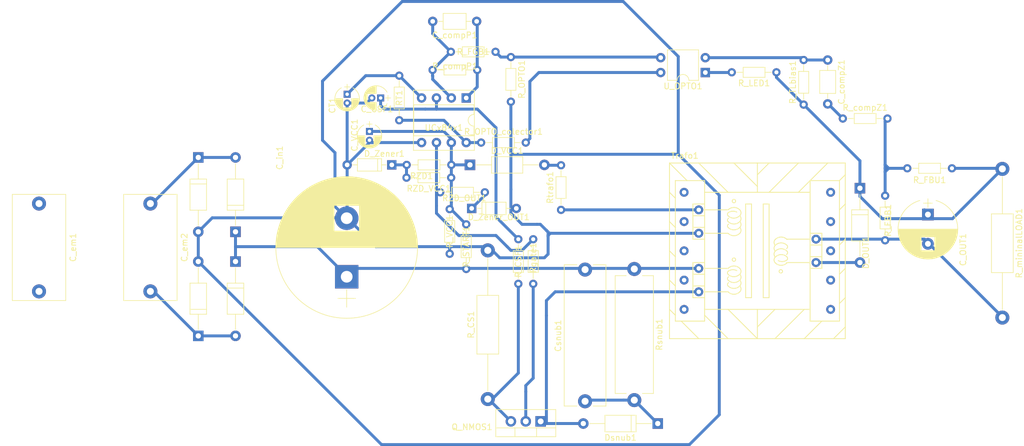
<source format=kicad_pcb>
(kicad_pcb (version 4) (host pcbnew 4.0.5+dfsg1-4)
  (layers (0 F.Cu signal) (31 B.Cu signal) (34 B.Paste user) (35 F.Paste user) (36 B.SilkS user) (37 F.SilkS user) (38 B.Mask user) (39 F.Mask user) (44 Edge.Cuts user))
  (net 0 "")
  (net 1 VRET)
  (net 2 "Net-(Csnub1-Pad2)")
  (net 3 RTCT)
  (net 4 GND)
  (net 5 ISENSE)
  (net 6 VOUT)
  (net 7 VCC)
  (net 8 "Net-(C_em2-Pad1)")
  (net 9 "Net-(C_em2-Pad2)")
  (net 10 DRENO)
  (net 11 Vtrafo)
  (net 12 "Net-(D_VCC1-Pad2)")
  (net 13 "Net-(D_Zener1-Pad1)")
  (net 14 GATE)
  (net 15 "Net-(Q_NMOS1-Pad3)")
  (net 16 VREF)
  (net 17 "Net-(Rtrafo1-Pad1)")
  (net 18 VFB)
  (net 19 COMP)
  (net 20 "Net-(C_compZ1-Pad2)")
  (net 21 "Net-(C_compZ1-Pad1)")
  (net 22 "Net-(R_FGB1-Pad2)")
  (net 23 "Net-(R_LED1-Pad2)")
  (net 24 OUTPUT)
  (net 25 "Net-(R_OPTO_colector1-Pad2)")
  (net 26 "Net-(C_em1-Pad1)")
  (net 27 "Net-(C_em1-Pad2)")
  (net 28 GOUT)
  (net 29 "Net-(D_Zener_OUT1-Pad1)")
  (net 30 "Net-(R_FBB1-Pad2)")
  (module Resistors_THT:R_Axial_DIN0411_L9.9mm_D3.6mm_P25.40mm_Horizontal (layer F.Cu) (at 226.7337 92.75956 270)
    (fp_text reference R_mininalLOAD1 (at 12.7 -2.86 270) (layer F.SilkS))
    (fp_text value R)
    (pad 1 thru_hole circle (at 0 0 270) (size 2.4 2.4) (drill 1.2) (layers *.Cu *.Mask) (net 6 VOUT))
    (pad 2 thru_hole oval (at 25.4 0 270) (size 2.4 2.4) (drill 1.2) (layers *.Cu *.Mask) (net 28 GOUT))
  )
  (module Capacitors_THT:CP_Radial_D24.0mm_P10.00mm_SnapIn (layer F.Cu) (at 114.86 111.185 90)
    (fp_text reference C_in1 (at 20.32 -11.43 90) (layer F.SilkS))
    (fp_text value 150uF)
    (pad 1 thru_hole rect (at 0 0 90) (size 4 4) (drill 2) (layers *.Cu *.Mask) (net 1 VRET))
    (pad 2 thru_hole circle (at 10 0 90) (size 4 4) (drill 2) (layers *.Cu *.Mask) (net 4 GND))
  )
  (module Capacitors_THT:CP_Radial_D4.0mm_P1.50mm (layer F.Cu) (at 114.935 80.01 270)
    (fp_text reference CT1 (at 1.905 2.54 270) (layer F.SilkS))
    (fp_text value C hide)
    (pad 1 thru_hole rect (at 0 0 270) (size 1.2 1.2) (drill 0.6) (layers *.Cu *.Mask) (net 3 RTCT))
    (pad 2 thru_hole circle (at 1.5 0 270) (size 1.2 1.2) (drill 0.6) (layers *.Cu *.Mask) (net 4 GND))
  )
  (module Capacitors_THT:CP_Radial_D4.0mm_P1.50mm (layer F.Cu) (at 120.65 80.645 180)
    (fp_text reference C_CSF1 (at 0.635 -1.905 180) (layer F.SilkS))
    (fp_text value C hide)
    (pad 1 thru_hole rect (at 0 0 180) (size 1.2 1.2) (drill 0.6) (layers *.Cu *.Mask) (net 5 ISENSE))
    (pad 2 thru_hole circle (at 1.5 0 180) (size 1.2 1.2) (drill 0.6) (layers *.Cu *.Mask) (net 4 GND))
  )
  (module Capacitors_THT:CP_Radial_D4.0mm_P1.50mm (layer F.Cu) (at 118.745 86.36 270)
    (fp_text reference C_VCC1 (at 0.635 2.54 270) (layer F.SilkS))
    (fp_text value C hide)
    (pad 1 thru_hole rect (at 0 0 270) (size 1.2 1.2) (drill 0.6) (layers *.Cu *.Mask) (net 7 VCC))
    (pad 2 thru_hole circle (at 1.5 0 270) (size 1.2 1.2) (drill 0.6) (layers *.Cu *.Mask) (net 4 GND))
  )
  (module Diodes_THT:D_A-405_P12.70mm_Horizontal (layer F.Cu) (at 89.535 90.805 270)
    (fp_text reference Dret_1 hide)
    (fp_text value D hide)
    (pad 1 thru_hole rect (at 0 0 270) (size 1.8 1.8) (drill 0.9) (layers *.Cu *.Mask) (net 8 "Net-(C_em2-Pad1)"))
    (pad 2 thru_hole oval (at 12.7 0 270) (size 1.8 1.8) (drill 0.9) (layers *.Cu *.Mask) (net 4 GND))
  )
  (module Diodes_THT:D_A-405_P12.70mm_Horizontal (layer F.Cu) (at 95.885 103.505 90)
    (fp_text reference Dret_2 hide)
    (fp_text value D hide)
    (pad 1 thru_hole rect (at 0 0 90) (size 1.8 1.8) (drill 0.9) (layers *.Cu *.Mask) (net 1 VRET))
    (pad 2 thru_hole oval (at 12.7 0 90) (size 1.8 1.8) (drill 0.9) (layers *.Cu *.Mask) (net 8 "Net-(C_em2-Pad1)"))
  )
  (module Diodes_THT:D_A-405_P12.70mm_Horizontal (layer F.Cu) (at 89.535 121.285 90)
    (fp_text reference Dret_3 hide)
    (fp_text value D hide)
    (pad 1 thru_hole rect (at 0 0 90) (size 1.8 1.8) (drill 0.9) (layers *.Cu *.Mask) (net 9 "Net-(C_em2-Pad2)"))
    (pad 2 thru_hole oval (at 12.7 0 90) (size 1.8 1.8) (drill 0.9) (layers *.Cu *.Mask) (net 4 GND))
  )
  (module Diodes_THT:D_A-405_P12.70mm_Horizontal (layer F.Cu) (at 95.885 108.585 270)
    (fp_text reference Dret_4 hide)
    (fp_text value D hide)
    (pad 1 thru_hole rect (at 0 0 270) (size 1.8 1.8) (drill 0.9) (layers *.Cu *.Mask) (net 1 VRET))
    (pad 2 thru_hole oval (at 12.7 0 270) (size 1.8 1.8) (drill 0.9) (layers *.Cu *.Mask) (net 9 "Net-(C_em2-Pad2)"))
  )
  (module Diodes_THT:D_A-405_P12.70mm_Horizontal (layer F.Cu) (at 167.9337 136.25956 180)
    (fp_text reference Dsnub1 (at 6.35 -2.41 180) (layer F.SilkS))
    (fp_text value D)
    (pad 1 thru_hole rect (at 0 0 180) (size 1.8 1.8) (drill 0.9) (layers *.Cu *.Mask) (net 2 "Net-(Csnub1-Pad2)"))
    (pad 2 thru_hole oval (at 12.7 0 180) (size 1.8 1.8) (drill 0.9) (layers *.Cu *.Mask) (net 10 DRENO))
  )
  (module Diodes_THT:D_A-405_P12.70mm_Horizontal (layer F.Cu) (at 202.4337 96.05956 270)
    (fp_text reference D_OUT1 (at 11 -1 270) (layer F.SilkS))
    (fp_text value D)
    (pad 1 thru_hole rect (at 0 0 270) (size 1.8 1.8) (drill 0.9) (layers *.Cu *.Mask) (net 6 VOUT))
    (pad 2 thru_hole oval (at 12.7 0 270) (size 1.8 1.8) (drill 0.9) (layers *.Cu *.Mask) (net 11 Vtrafo))
  )
  (module Diodes_THT:D_A-405_P12.70mm_Horizontal (layer F.Cu) (at 135.89 92.075)
    (fp_text reference D_VCC1 (at 6.35 -2.41) (layer F.SilkS))
    (fp_text value D)
    (pad 1 thru_hole rect (at 0 0) (size 1.8 1.8) (drill 0.9) (layers *.Cu *.Mask) (net 7 VCC))
    (pad 2 thru_hole oval (at 12.7 0) (size 1.8 1.8) (drill 0.9) (layers *.Cu *.Mask) (net 12 "Net-(D_VCC1-Pad2)"))
  )
  (module Diodes_THT:D_DO-35_SOD27_P7.62mm_Horizontal (layer F.Cu) (at 122.555 92.075 180)
    (fp_text reference D_Zener1 (at 1.27 1.905 180) (layer F.SilkS))
    (fp_text value 18V)
    (pad 1 thru_hole rect (at 0 0 180) (size 1.6 1.6) (drill 0.8) (layers *.Cu *.Mask) (net 13 "Net-(D_Zener1-Pad1)"))
    (pad 2 thru_hole oval (at 7.62 0 180) (size 1.6 1.6) (drill 0.8) (layers *.Cu *.Mask) (net 4 GND))
  )
  (module TO_SOT_Packages_THT:TO-220-3_Vertical (layer F.Cu) (at 147.955 135.89 180)
    (fp_text reference Q_NMOS1 (at 11.7213 -0.96956 180) (layer F.SilkS))
    (fp_text value Q_NMOS_DGS)
    (pad 1 thru_hole rect (at 0 0 180) (size 1.8 1.8) (drill 1) (layers *.Cu *.Mask) (net 10 DRENO))
    (pad 2 thru_hole oval (at 2.54 0 180) (size 1.8 1.8) (drill 1) (layers *.Cu *.Mask) (net 14 GATE))
    (pad 3 thru_hole oval (at 5.08 0 180) (size 1.8 1.8) (drill 1) (layers *.Cu *.Mask) (net 15 "Net-(Q_NMOS1-Pad3)"))
  )
  (module Resistors_THT:R_Axial_DIN0204_L3.6mm_D1.6mm_P7.62mm_Horizontal (layer F.Cu) (at 123.825 84.455 90)
    (fp_text reference RT1 (at 3.81 0 90) (layer F.SilkS))
    (fp_text value R hide)
    (pad 1 thru_hole circle (at 0 0 90) (size 1.4 1.4) (drill 0.7) (layers *.Cu *.Mask) (net 16 VREF))
    (pad 2 thru_hole oval (at 7.62 0 90) (size 1.4 1.4) (drill 0.7) (layers *.Cu *.Mask) (net 3 RTCT))
  )
  (module Resistors_THT:R_Axial_DIN0204_L3.6mm_D1.6mm_P7.62mm_Horizontal (layer F.Cu) (at 151.4337 99.75956 90)
    (fp_text reference Rtrafo1 (at 3.81 -1.86 90) (layer F.SilkS))
    (fp_text value R)
    (pad 1 thru_hole circle (at 0 0 90) (size 1.4 1.4) (drill 0.7) (layers *.Cu *.Mask) (net 17 "Net-(Rtrafo1-Pad1)"))
    (pad 2 thru_hole oval (at 7.62 0 90) (size 1.4 1.4) (drill 0.7) (layers *.Cu *.Mask) (net 12 "Net-(D_VCC1-Pad2)"))
  )
  (module Resistors_THT:R_Axial_DIN0204_L3.6mm_D1.6mm_P7.62mm_Horizontal (layer F.Cu) (at 132.715 92.075 180)
    (fp_text reference RZD1 (at 5.08 -1.905 180) (layer F.SilkS))
    (fp_text value R)
    (pad 1 thru_hole circle (at 0 0 180) (size 1.4 1.4) (drill 0.7) (layers *.Cu *.Mask) (net 7 VCC))
    (pad 2 thru_hole oval (at 7.62 0 180) (size 1.4 1.4) (drill 0.7) (layers *.Cu *.Mask) (net 13 "Net-(D_Zener1-Pad1)"))
  )
  (module Resistors_THT:R_Axial_DIN0204_L3.6mm_D1.6mm_P7.62mm_Horizontal (layer F.Cu) (at 129.5137 75.85956)
    (fp_text reference R_compP1 (at 3.81 -0.635) (layer F.SilkS))
    (fp_text value R)
    (pad 1 thru_hole circle (at 0 0) (size 1.4 1.4) (drill 0.7) (layers *.Cu *.Mask) (net 18 VFB))
    (pad 2 thru_hole oval (at 7.62 0) (size 1.4 1.4) (drill 0.7) (layers *.Cu *.Mask) (net 19 COMP))
  )
  (module Resistors_THT:R_Axial_DIN0204_L3.6mm_D1.6mm_P7.62mm_Horizontal (layer F.Cu) (at 199.5137 84.15956)
    (fp_text reference R_compZ1 (at 3.81 -1.86) (layer F.SilkS))
    (fp_text value R)
    (pad 1 thru_hole circle (at 0 0) (size 1.4 1.4) (drill 0.7) (layers *.Cu *.Mask) (net 20 "Net-(C_compZ1-Pad2)"))
    (pad 2 thru_hole oval (at 7.62 0) (size 1.4 1.4) (drill 0.7) (layers *.Cu *.Mask) (net 30 "Net-(R_FBB1-Pad2)"))
  )
  (module Resistors_THT:R_Axial_DIN0411_L9.9mm_D3.6mm_P25.40mm_Horizontal (layer F.Cu) (at 138.9337 132.08 90)
    (fp_text reference R_CS1 (at 12.7 -2.86 90) (layer F.SilkS))
    (fp_text value R)
    (pad 1 thru_hole circle (at 0 0 90) (size 2.4 2.4) (drill 1.2) (layers *.Cu *.Mask) (net 15 "Net-(Q_NMOS1-Pad3)"))
    (pad 2 thru_hole oval (at 25.4 0 90) (size 2.4 2.4) (drill 1.2) (layers *.Cu *.Mask) (net 4 GND))
  )
  (module Resistors_THT:R_Axial_DIN0204_L3.6mm_D1.6mm_P7.62mm_Horizontal (layer F.Cu) (at 144.145 112.395 90)
    (fp_text reference R_CSF1 (at 3.81 0 90) (layer F.SilkS))
    (fp_text value R)
    (pad 1 thru_hole circle (at 0 0 90) (size 1.4 1.4) (drill 0.7) (layers *.Cu *.Mask) (net 15 "Net-(Q_NMOS1-Pad3)"))
    (pad 2 thru_hole oval (at 7.62 0 90) (size 1.4 1.4) (drill 0.7) (layers *.Cu *.Mask) (net 5 ISENSE))
  )
  (module Resistors_THT:R_Axial_DIN0204_L3.6mm_D1.6mm_P7.62mm_Horizontal (layer F.Cu) (at 206.7337 104.95956 90)
    (fp_text reference R_FBB1 (at 3.4 0.5 90) (layer F.SilkS))
    (fp_text value R)
    (pad 1 thru_hole circle (at 0 0 90) (size 1.4 1.4) (drill 0.7) (layers *.Cu *.Mask) (net 28 GOUT))
    (pad 2 thru_hole oval (at 7.62 0 90) (size 1.4 1.4) (drill 0.7) (layers *.Cu *.Mask) (net 30 "Net-(R_FBB1-Pad2)"))
  )
  (module Resistors_THT:R_Axial_DIN0204_L3.6mm_D1.6mm_P7.62mm_Horizontal (layer F.Cu) (at 210.5137 92.65956)
    (fp_text reference R_FBU1 (at 3.81 2) (layer F.SilkS))
    (fp_text value R)
    (pad 1 thru_hole circle (at 0 0) (size 1.4 1.4) (drill 0.7) (layers *.Cu *.Mask) (net 30 "Net-(R_FBB1-Pad2)"))
    (pad 2 thru_hole oval (at 7.62 0) (size 1.4 1.4) (drill 0.7) (layers *.Cu *.Mask) (net 6 VOUT))
  )
  (module Resistors_THT:R_Axial_DIN0204_L3.6mm_D1.6mm_P7.62mm_Horizontal (layer F.Cu) (at 132.6337 72.75956)
    (fp_text reference R_FGB1 (at 3.81 0) (layer F.SilkS))
    (fp_text value R hide)
    (pad 1 thru_hole circle (at 0 0) (size 1.4 1.4) (drill 0.7) (layers *.Cu *.Mask) (net 18 VFB))
    (pad 2 thru_hole oval (at 7.62 0) (size 1.4 1.4) (drill 0.7) (layers *.Cu *.Mask) (net 22 "Net-(R_FGB1-Pad2)"))
  )
  (module Resistors_THT:R_Axial_DIN0204_L3.6mm_D1.6mm_P7.62mm_Horizontal (layer F.Cu) (at 188.1837 76.25956 180)
    (fp_text reference R_LED1 (at 3.81 -1.86 180) (layer F.SilkS))
    (fp_text value R)
    (pad 1 thru_hole circle (at 0 0 180) (size 1.4 1.4) (drill 0.7) (layers *.Cu *.Mask) (net 6 VOUT))
    (pad 2 thru_hole oval (at 7.62 0 180) (size 1.4 1.4) (drill 0.7) (layers *.Cu *.Mask) (net 23 "Net-(R_LED1-Pad2)"))
  )
  (module Resistors_THT:R_Axial_DIN0204_L3.6mm_D1.6mm_P7.62mm_Horizontal (layer F.Cu) (at 142.875 73.66 270)
    (fp_text reference R_OPTO1 (at 3.81 -1.86 270) (layer F.SilkS))
    (fp_text value R)
    (pad 1 thru_hole circle (at 0 0 270) (size 1.4 1.4) (drill 0.7) (layers *.Cu *.Mask) (net 22 "Net-(R_FGB1-Pad2)"))
    (pad 2 thru_hole oval (at 7.62 0 270) (size 1.4 1.4) (drill 0.7) (layers *.Cu *.Mask) (net 4 GND))
  )
  (module Resistors_THT:R_Axial_DIN0204_L3.6mm_D1.6mm_P7.62mm_Horizontal (layer F.Cu) (at 135.255 109.855 90)
    (fp_text reference R_START1 (at 3.81 0 90) (layer F.SilkS))
    (fp_text value R hide)
    (pad 1 thru_hole circle (at 0 0 90) (size 1.4 1.4) (drill 0.7) (layers *.Cu *.Mask) (net 1 VRET))
    (pad 2 thru_hole oval (at 7.62 0 90) (size 1.4 1.4) (drill 0.7) (layers *.Cu *.Mask) (net 7 VCC))
  )
  (module Resistors_THT:R_Axial_DIN0204_L3.6mm_D1.6mm_P7.62mm_Horizontal (layer F.Cu) (at 192.8337 81.77956 90)
    (fp_text reference R_TLbias1 (at 3.81 -1.86 90) (layer F.SilkS))
    (fp_text value R)
    (pad 1 thru_hole circle (at 0 0 90) (size 1.4 1.4) (drill 0.7) (layers *.Cu *.Mask) (net 6 VOUT))
    (pad 2 thru_hole oval (at 7.62 0 90) (size 1.4 1.4) (drill 0.7) (layers *.Cu *.Mask) (net 21 "Net-(C_compZ1-Pad1)"))
  )
  (module Resistors_THT:R_Axial_DIN0204_L3.6mm_D1.6mm_P7.62mm_Horizontal (layer F.Cu) (at 132.4337 99.63956 270)
    (fp_text reference R_VCC1 (at 3.81 0 270) (layer F.SilkS))
    (fp_text value R hide)
    (pad 1 thru_hole circle (at 0 0 270) (size 1.4 1.4) (drill 0.7) (layers *.Cu *.Mask) (net 7 VCC))
    (pad 2 thru_hole oval (at 7.62 0 270) (size 1.4 1.4) (drill 0.7) (layers *.Cu *.Mask) (net 4 GND))
  )
  (module Housings_DIP:DIP-8_W7.62mm_Socket (layer F.Cu) (at 135.255 80.645 270)
    (fp_text reference UCx84x1 (at 5.08 3.81 360) (layer F.SilkS))
    (fp_text value DIL8)
    (pad 1 thru_hole rect (at 0 0 270) (size 1.6 1.6) (drill 0.8) (layers *.Cu *.Mask) (net 19 COMP))
    (pad 5 thru_hole oval (at 7.62 7.62 270) (size 1.6 1.6) (drill 0.8) (layers *.Cu *.Mask) (net 4 GND))
    (pad 2 thru_hole oval (at 0 2.54 270) (size 1.6 1.6) (drill 0.8) (layers *.Cu *.Mask) (net 18 VFB))
    (pad 6 thru_hole oval (at 7.62 5.08 270) (size 1.6 1.6) (drill 0.8) (layers *.Cu *.Mask) (net 24 OUTPUT))
    (pad 3 thru_hole oval (at 0 5.08 270) (size 1.6 1.6) (drill 0.8) (layers *.Cu *.Mask) (net 5 ISENSE))
    (pad 7 thru_hole oval (at 7.62 2.54 270) (size 1.6 1.6) (drill 0.8) (layers *.Cu *.Mask) (net 7 VCC))
    (pad 4 thru_hole oval (at 0 7.62 270) (size 1.6 1.6) (drill 0.8) (layers *.Cu *.Mask) (net 3 RTCT))
    (pad 8 thru_hole oval (at 7.62 0 270) (size 1.6 1.6) (drill 0.8) (layers *.Cu *.Mask) (net 16 VREF))
  )
  (module Housings_DIP:DIP-4_W7.62mm (layer F.Cu) (at 176.0537 76.29956 180)
    (fp_text reference U_OPTO1 (at 3.81 -2.33 180) (layer F.SilkS))
    (fp_text value OPTO)
    (pad 1 thru_hole rect (at 0 0 180) (size 1.6 1.6) (drill 0.8) (layers *.Cu *.Mask) (net 23 "Net-(R_LED1-Pad2)"))
    (pad 3 thru_hole oval (at 7.62 2.54 180) (size 1.6 1.6) (drill 0.8) (layers *.Cu *.Mask) (net 22 "Net-(R_FGB1-Pad2)"))
    (pad 2 thru_hole oval (at 0 2.54 180) (size 1.6 1.6) (drill 0.8) (layers *.Cu *.Mask) (net 21 "Net-(C_compZ1-Pad1)"))
    (pad 4 thru_hole oval (at 7.62 0 180) (size 1.6 1.6) (drill 0.8) (layers *.Cu *.Mask) (net 25 "Net-(R_OPTO_colector1-Pad2)"))
  )
  (module Resistors_THT:R_Axial_DIN0204_L3.6mm_D1.6mm_P7.62mm_Horizontal (layer F.Cu) (at 146.685 104.775 270)
    (fp_text reference Rgate1 (at 3.175 0 270) (layer F.SilkS))
    (fp_text value R hide)
    (pad 1 thru_hole circle (at 0 0 270) (size 1.4 1.4) (drill 0.7) (layers *.Cu *.Mask) (net 24 OUTPUT))
    (pad 2 thru_hole oval (at 7.62 0 270) (size 1.4 1.4) (drill 0.7) (layers *.Cu *.Mask) (net 14 GATE))
  )
  (module Resistors_THT:R_Axial_DIN0204_L3.6mm_D1.6mm_P7.62mm_Horizontal (layer F.Cu) (at 137.795 88.265)
    (fp_text reference R_OPTO_colector1 (at 3.81 -1.86) (layer F.SilkS))
    (fp_text value R)
    (pad 1 thru_hole circle (at 0 0) (size 1.4 1.4) (drill 0.7) (layers *.Cu *.Mask) (net 16 VREF))
    (pad 2 thru_hole oval (at 7.62 0) (size 1.4 1.4) (drill 0.7) (layers *.Cu *.Mask) (net 25 "Net-(R_OPTO_colector1-Pad2)"))
  )
  (module Capacitors_THT:C_Rect_L18.0mm_W9.0mm_P15.00mm_FKS3_FKP3 (layer F.Cu) (at 62.36 98.685 270)
    (fp_text reference C_em1 (at 7.5 -5.81 270) (layer F.SilkS))
    (fp_text value C)
    (pad 1 thru_hole circle (at 0 0 270) (size 2.4 2.4) (drill 1.2) (layers *.Cu *.Mask) (net 26 "Net-(C_em1-Pad1)"))
    (pad 2 thru_hole circle (at 15 0 270) (size 2.4 2.4) (drill 1.2) (layers *.Cu *.Mask) (net 27 "Net-(C_em1-Pad2)"))
  )
  (module Capacitors_THT:C_Rect_L18.0mm_W9.0mm_P15.00mm_FKS3_FKP3 (layer F.Cu) (at 81.36 98.685 270)
    (fp_text reference C_em2 (at 7.5 -5.81 270) (layer F.SilkS))
    (fp_text value C)
    (pad 1 thru_hole circle (at 0 0 270) (size 2.4 2.4) (drill 1.2) (layers *.Cu *.Mask) (net 8 "Net-(C_em2-Pad1)"))
    (pad 2 thru_hole circle (at 15 0 270) (size 2.4 2.4) (drill 1.2) (layers *.Cu *.Mask) (net 9 "Net-(C_em2-Pad2)"))
  )
  (module Capacitors_THT:CP_Radial_D10.0mm_P5.00mm (layer F.Cu) (at 214.0337 100.55956 270)
    (fp_text reference C_OUT1 (at 6 -6 270) (layer F.SilkS))
    (fp_text value C)
    (pad 1 thru_hole rect (at 0 0 270) (size 2 2) (drill 1) (layers *.Cu *.Mask) (net 6 VOUT))
    (pad 2 thru_hole circle (at 5 0 270) (size 2 2) (drill 1) (layers *.Cu *.Mask) (net 28 GOUT))
  )
  (module Resistors_THT:R_Axial_Power_L20.0mm_W6.4mm_P22.40mm (layer F.Cu) (at 163.9337 109.85956 270)
    (fp_text reference Rsnub1 (at 11.2 -4.26 270) (layer F.SilkS))
    (fp_text value R)
    (pad 1 thru_hole circle (at 0 0 270) (size 2.4 2.4) (drill 1.2) (layers *.Cu *.Mask) (net 1 VRET))
    (pad 2 thru_hole oval (at 22.4 0 270) (size 2.4 2.4) (drill 1.2) (layers *.Cu *.Mask) (net 2 "Net-(Csnub1-Pad2)"))
  )
  (module Diodes_THT:D_DO-35_SOD27_P7.62mm_Horizontal (layer F.Cu) (at 136.1837 99.50956)
    (fp_text reference D_Zener_OUT1 (at 4.62 1.5) (layer F.SilkS))
    (fp_text value 12V)
    (pad 1 thru_hole rect (at 0 0) (size 1.6 1.6) (drill 0.8) (layers *.Cu *.Mask) (net 29 "Net-(D_Zener_OUT1-Pad1)"))
    (pad 2 thru_hole oval (at 7.62 0) (size 1.6 1.6) (drill 0.8) (layers *.Cu *.Mask) (net 4 GND))
  )
  (module Resistors_THT:R_Axial_DIN0204_L3.6mm_D1.6mm_P7.62mm_Horizontal (layer F.Cu) (at 130.8137 96.75956)
    (fp_text reference RZD_OUT1 (at 4.12 1) (layer F.SilkS))
    (fp_text value R)
    (pad 1 thru_hole circle (at 0 0) (size 1.4 1.4) (drill 0.7) (layers *.Cu *.Mask) (net 24 OUTPUT))
    (pad 2 thru_hole oval (at 7.62 0) (size 1.4 1.4) (drill 0.7) (layers *.Cu *.Mask) (net 29 "Net-(D_Zener_OUT1-Pad1)"))
  )
  (module Resistors_THT:R_Axial_DIN0204_L3.6mm_D1.6mm_P7.62mm_Horizontal (layer F.Cu) (at 132.6837 94.25956 180)
    (fp_text reference RZD_VCC1 (at 3.81 -1.86 180) (layer F.SilkS))
    (fp_text value R)
    (pad 1 thru_hole circle (at 0 0 180) (size 1.4 1.4) (drill 0.7) (layers *.Cu *.Mask) (net 7 VCC))
    (pad 2 thru_hole oval (at 7.62 0 180) (size 1.4 1.4) (drill 0.7) (layers *.Cu *.Mask) (net 13 "Net-(D_Zener1-Pad1)"))
  )
  (module core_transformer_THT:core_30-7 (layer F.Cu) (at 184.9337 106.75956)
    (fp_text reference Trafo1 (at -12.4 -16.25) (layer F.SilkS))
    (fp_text value Transformer_1P_2S)
    (pad GND thru_hole circle (at -12.5 -10) (size 1.524 1.524) (drill 0.762) (layers *.Cu *.Mask))
    (pad GND thru_hole circle (at -12.5 -5) (size 1.524 1.524) (drill 0.762) (layers *.Cu *.Mask))
    (pad GND thru_hole circle (at -12.5 0) (size 1.524 1.524) (drill 0.762) (layers *.Cu *.Mask))
    (pad GND thru_hole circle (at -12.5 5) (size 1.524 1.524) (drill 0.762) (layers *.Cu *.Mask))
    (pad GND thru_hole circle (at -12.5 10) (size 1.524 1.524) (drill 0.762) (layers *.Cu *.Mask))
    (pad GND thru_hole circle (at 12.5 10) (size 1.524 1.524) (drill 0.762) (layers *.Cu *.Mask))
    (pad GND thru_hole circle (at 12.5 5) (size 1.524 1.524) (drill 0.762) (layers *.Cu *.Mask))
    (pad GND thru_hole circle (at 12.5 0) (size 1.524 1.524) (drill 0.762) (layers *.Cu *.Mask))
    (pad GND thru_hole circle (at 12.5 -5) (size 1.524 1.524) (drill 0.762) (layers *.Cu *.Mask))
    (pad GND thru_hole circle (at 12.5 -10) (size 1.524 1.524) (drill 0.762) (layers *.Cu *.Mask))
    (pad 1 thru_hole circle (at -10 3) (size 1.524 1.524) (drill 0.762) (layers *.Cu *.Mask) (net 1 VRET))
    (pad 2 thru_hole circle (at -10 7) (size 1.524 1.524) (drill 0.762) (layers *.Cu *.Mask) (net 10 DRENO))
    (pad 3 thru_hole circle (at 10 2) (size 1.524 1.524) (drill 0.762) (layers *.Cu *.Mask) (net 11 Vtrafo))
    (pad 4 thru_hole circle (at 10 -2) (size 1.524 1.524) (drill 0.762) (layers *.Cu *.Mask) (net 28 GOUT))
    (pad 5 thru_hole circle (at -10 -7) (size 1.524 1.524) (drill 0.762) (layers *.Cu *.Mask) (net 17 "Net-(Rtrafo1-Pad1)"))
    (pad 6 thru_hole circle (at -10 -3) (size 1.524 1.524) (drill 0.762) (layers *.Cu *.Mask) (net 4 GND))
  )
  (module Capacitors_THT:C_Rect_L24.0mm_W7.0mm_P22.50mm_MKT (layer F.Cu) (at 155.5337 109.95956 270)
    (fp_text reference Csnub1 (at 11.3 4.6 270) (layer F.SilkS))
    (fp_text value C)
    (pad 1 thru_hole circle (at 0 0 270) (size 2.4 2.4) (drill 1.2) (layers *.Cu *.Mask) (net 1 VRET))
    (pad 2 thru_hole circle (at 22.5 0 270) (size 2.4 2.4) (drill 1.2) (layers *.Cu *.Mask) (net 2 "Net-(Csnub1-Pad2)"))
  )
  (module Capacitors_THT:C_Axial_L3.8mm_D2.6mm_P7.50mm_Horizontal (layer F.Cu) (at 137.0337 67.55956 180)
    (fp_text reference C_compP1 (at 3.75 -2.36 180) (layer F.SilkS))
    (fp_text value C)
    (pad 1 thru_hole circle (at 0 0 180) (size 1.6 1.6) (drill 0.8) (layers *.Cu *.Mask) (net 19 COMP))
    (pad 2 thru_hole oval (at 7.5 0 180) (size 1.6 1.6) (drill 0.8) (layers *.Cu *.Mask) (net 18 VFB))
  )
  (module Capacitors_THT:C_Axial_L3.8mm_D2.6mm_P7.50mm_Horizontal (layer F.Cu) (at 196.9337 74.15956 270)
    (fp_text reference C_compZ1 (at 3.75 -2.36 270) (layer F.SilkS))
    (fp_text value C)
    (pad 1 thru_hole circle (at 0 0 270) (size 1.6 1.6) (drill 0.8) (layers *.Cu *.Mask) (net 21 "Net-(C_compZ1-Pad1)"))
    (pad 2 thru_hole oval (at 7.5 0 270) (size 1.6 1.6) (drill 0.8) (layers *.Cu *.Mask) (net 20 "Net-(C_compZ1-Pad2)"))
  )
  (segment (start 174.9337 109.75956) (end 116.28544 109.75956) (width 0.5) (layer B.Cu) (net 1))
  (segment (start 116.28544 109.75956) (end 114.86 111.185) (width 0.5) (layer B.Cu) (net 1))
  (segment (start 116.205 109.855) (end 114.935 111.125) (width 0.5) (layer B.Cu) (net 1))
  (segment (start 95.885 106.045) (end 109.855 106.045) (width 0.5) (layer B.Cu) (net 1))
  (segment (start 109.855 106.045) (end 114.935 111.125) (width 0.5) (layer B.Cu) (net 1))
  (segment (start 95.885 108.585) (end 95.885 106.045) (width 0.5) (layer B.Cu) (net 1))
  (segment (start 95.885 106.045) (end 95.885 103.505) (width 0.5) (layer B.Cu) (net 1))
  (segment (start 162.1337 132.25956) (end 155.7337 132.25956) (width 0.5) (layer B.Cu) (net 2))
  (segment (start 155.7337 132.25956) (end 155.5337 132.45956) (width 0.5) (layer B.Cu) (net 2))
  (segment (start 167.9337 136.25956) (end 163.9337 132.25956) (width 0.5) (layer B.Cu) (net 2))
  (segment (start 163.9337 132.25956) (end 162.1337 132.25956) (width 0.5) (layer B.Cu) (net 2))
  (segment (start 114.935 80.01) (end 118.11 76.835) (width 0.5) (layer B.Cu) (net 3))
  (segment (start 118.11 76.835) (end 123.825 76.835) (width 0.5) (layer B.Cu) (net 3))
  (segment (start 123.825 76.835) (end 127.635 80.645) (width 0.5) (layer B.Cu) (net 3))
  (segment (start 112.860001 90.000001) (end 110.7337 87.8737) (width 0.5) (layer B.Cu) (net 4))
  (segment (start 110.9337 77.55956) (end 124.3337 64.15956) (width 0.5) (layer B.Cu) (net 4))
  (segment (start 114.86 101.185) (end 112.860001 99.185001) (width 0.5) (layer B.Cu) (net 4))
  (segment (start 112.860001 99.185001) (end 112.860001 90.000001) (width 0.5) (layer B.Cu) (net 4))
  (segment (start 110.7337 87.8737) (end 110.7337 77.75956) (width 0.5) (layer B.Cu) (net 4))
  (segment (start 110.7337 77.75956) (end 110.9337 77.55956) (width 0.5) (layer B.Cu) (net 4))
  (segment (start 162.0337 64.15956) (end 171.4337 73.55956) (width 0.5) (layer B.Cu) (net 4))
  (segment (start 171.4337 73.55956) (end 171.4337 90.25956) (width 0.5) (layer B.Cu) (net 4))
  (segment (start 124.3337 64.15956) (end 162.0337 64.15956) (width 0.5) (layer B.Cu) (net 4))
  (segment (start 173.3337 139.85956) (end 120.80956 139.85956) (width 0.5) (layer B.Cu) (net 4))
  (segment (start 120.80956 139.85956) (end 89.535 108.585) (width 0.5) (layer B.Cu) (net 4))
  (segment (start 178.4337 134.75956) (end 173.3337 139.85956) (width 0.5) (layer B.Cu) (net 4))
  (segment (start 178.4337 97.25956) (end 178.4337 134.75956) (width 0.5) (layer B.Cu) (net 4))
  (segment (start 171.4337 90.25956) (end 178.4337 97.25956) (width 0.5) (layer B.Cu) (net 4))
  (segment (start 142.875 90.25956) (end 142.875 96.25956) (width 0.5) (layer B.Cu) (net 4))
  (segment (start 142.875 81.28) (end 142.875 90.25956) (width 0.5) (layer B.Cu) (net 4))
  (segment (start 142.875 90.25956) (end 171.4337 90.25956) (width 0.5) (layer B.Cu) (net 4))
  (segment (start 132.4337 107.25956) (end 132.4337 106.269611) (width 0.5) (layer B.Cu) (net 4))
  (segment (start 132.4337 106.269611) (end 132.658311 106.045) (width 0.5) (layer B.Cu) (net 4))
  (segment (start 132.658311 106.045) (end 132.715 106.045) (width 0.5) (layer B.Cu) (net 4))
  (segment (start 132.715 106.045) (end 131.9337 106.045) (width 0.5) (layer B.Cu) (net 4))
  (segment (start 131.9337 106.045) (end 119.855 106.045) (width 0.5) (layer B.Cu) (net 4))
  (segment (start 132.4337 106.269611) (end 132.209089 106.045) (width 0.5) (layer B.Cu) (net 4))
  (segment (start 132.209089 106.045) (end 131.9337 106.045) (width 0.5) (layer B.Cu) (net 4))
  (segment (start 147.90914 102.235) (end 148.9337 103.25956) (width 0.5) (layer B.Cu) (net 4))
  (segment (start 148.9337 103.25956) (end 149.225 103.55086) (width 0.5) (layer B.Cu) (net 4))
  (segment (start 149.60544 103.75956) (end 149.4337 103.75956) (width 0.5) (layer B.Cu) (net 4))
  (segment (start 149.4337 103.75956) (end 148.9337 103.25956) (width 0.5) (layer B.Cu) (net 4))
  (segment (start 149.225 104.14) (end 149.225 104.25956) (width 0.5) (layer B.Cu) (net 4))
  (segment (start 149.225 104.25956) (end 149.225 107.315) (width 0.5) (layer B.Cu) (net 4))
  (segment (start 149.225 103.55086) (end 149.225 104.25956) (width 0.5) (layer B.Cu) (net 4))
  (segment (start 147.32 102.235) (end 147.90914 102.235) (width 0.5) (layer B.Cu) (net 4))
  (segment (start 174.9337 103.75956) (end 149.60544 103.75956) (width 0.5) (layer B.Cu) (net 4))
  (segment (start 149.60544 103.75956) (end 149.225 104.14) (width 0.5) (layer B.Cu) (net 4))
  (segment (start 142.875 96.25956) (end 142.875 100.33) (width 0.5) (layer B.Cu) (net 4))
  (segment (start 144.78 102.235) (end 147.32 102.235) (width 0.5) (layer B.Cu) (net 4))
  (segment (start 142.875 100.33) (end 144.78 102.235) (width 0.5) (layer B.Cu) (net 4))
  (segment (start 149.225 107.315) (end 148.59 107.95) (width 0.5) (layer B.Cu) (net 4))
  (segment (start 140.97 107.95) (end 148.59 107.95) (width 0.5) (layer B.Cu) (net 4))
  (segment (start 140.97 107.95) (end 139.7 106.68) (width 0.5) (layer B.Cu) (net 4))
  (segment (start 114.935 81.51) (end 118.285 81.51) (width 0.5) (layer B.Cu) (net 4))
  (segment (start 118.285 81.51) (end 119.15 80.645) (width 0.5) (layer B.Cu) (net 4))
  (segment (start 132.715 106.045) (end 139.065 106.045) (width 0.5) (layer B.Cu) (net 4))
  (segment (start 139.065 106.045) (end 139.7 106.68) (width 0.5) (layer B.Cu) (net 4))
  (segment (start 114.935 81.51) (end 114.935 82.78) (width 0.5) (layer B.Cu) (net 4))
  (segment (start 114.935 82.78) (end 114.935 92.075) (width 0.5) (layer B.Cu) (net 4))
  (segment (start 127.635 88.265) (end 118.745 88.265) (width 0.5) (layer B.Cu) (net 4))
  (segment (start 118.745 88.265) (end 114.935 92.075) (width 0.5) (layer B.Cu) (net 4))
  (segment (start 114.935 92.075) (end 114.935 101.125) (width 0.5) (layer B.Cu) (net 4))
  (segment (start 127.635 88.265) (end 127.635 88.425) (width 0.5) (layer B.Cu) (net 4))
  (segment (start 119.855 106.045) (end 114.935 101.125) (width 0.5) (layer B.Cu) (net 4))
  (segment (start 114.935 101.125) (end 115.095 101.125) (width 0.5) (layer B.Cu) (net 4))
  (segment (start 114.935 101.125) (end 91.915 101.125) (width 0.5) (layer B.Cu) (net 4))
  (segment (start 91.915 101.125) (end 89.535 103.505) (width 0.5) (layer B.Cu) (net 4))
  (segment (start 89.535 108.585) (end 89.535 103.505) (width 0.5) (layer B.Cu) (net 4))
  (segment (start 130.175 80.645) (end 130.175 82.55) (width 0.5) (layer B.Cu) (net 5))
  (segment (start 128.27 82.55) (end 130.175 82.55) (width 0.5) (layer B.Cu) (net 5))
  (segment (start 130.175 82.55) (end 137.16 82.55) (width 0.5) (layer B.Cu) (net 5))
  (segment (start 140.335 100.965) (end 140.335 90.805) (width 0.5) (layer B.Cu) (net 5))
  (segment (start 140.335 100.965) (end 144.145 104.775) (width 0.5) (layer B.Cu) (net 5))
  (segment (start 140.335 85.725) (end 140.335 90.805) (width 0.5) (layer B.Cu) (net 5))
  (segment (start 137.16 82.55) (end 140.335 85.725) (width 0.5) (layer B.Cu) (net 5))
  (segment (start 120.65 81.915) (end 120.65 80.645) (width 0.5) (layer B.Cu) (net 5))
  (segment (start 121.285 82.55) (end 120.65 81.915) (width 0.5) (layer B.Cu) (net 5))
  (segment (start 128.27 82.55) (end 121.285 82.55) (width 0.5) (layer B.Cu) (net 5))
  (segment (start 218.1337 92.65956) (end 226.6337 92.65956) (width 0.5) (layer B.Cu) (net 6))
  (segment (start 226.6337 92.65956) (end 226.7337 92.75956) (width 0.5) (layer B.Cu) (net 6))
  (segment (start 202.4337 96.05956) (end 202.4337 97.45956) (width 0.5) (layer B.Cu) (net 6))
  (segment (start 202.4337 97.45956) (end 206.2337 101.25956) (width 0.5) (layer B.Cu) (net 6))
  (segment (start 206.2337 101.25956) (end 218.2337 101.25956) (width 0.5) (layer B.Cu) (net 6))
  (segment (start 218.2337 101.25956) (end 219.7337 99.75956) (width 0.5) (layer B.Cu) (net 6))
  (segment (start 219.7337 99.75956) (end 226.7337 92.75956) (width 0.5) (layer B.Cu) (net 6))
  (segment (start 213.4337 99.75956) (end 213.4337 99.85956) (width 0.5) (layer B.Cu) (net 6))
  (segment (start 192.8337 81.77956) (end 202.4337 91.37956) (width 0.5) (layer B.Cu) (net 6))
  (segment (start 202.4337 91.37956) (end 202.4337 96.05956) (width 0.5) (layer B.Cu) (net 6))
  (segment (start 192.8337 81.77956) (end 188.1837 77.12956) (width 0.5) (layer B.Cu) (net 6))
  (segment (start 188.1837 77.12956) (end 188.1837 76.25956) (width 0.5) (layer B.Cu) (net 6))
  (segment (start 132.715 99.71956) (end 135.255 102.25956) (width 0.5) (layer B.Cu) (net 7))
  (segment (start 132.715 98.425) (end 132.715 99.695) (width 0.5) (layer B.Cu) (net 7))
  (segment (start 135.89 92.075) (end 132.715 92.075) (width 0.5) (layer B.Cu) (net 7))
  (segment (start 118.745 86.36) (end 131.445 86.36) (width 0.5) (layer B.Cu) (net 7))
  (segment (start 131.445 86.36) (end 132.715 87.63) (width 0.5) (layer B.Cu) (net 7))
  (segment (start 132.715 87.63) (end 132.715 88.265) (width 0.5) (layer B.Cu) (net 7))
  (segment (start 132.715 98.425) (end 132.715 94.615) (width 0.5) (layer B.Cu) (net 7))
  (segment (start 132.715 94.615) (end 132.715 88.265) (width 0.5) (layer B.Cu) (net 7))
  (segment (start 81.36 98.685) (end 81.655 98.685) (width 0.5) (layer B.Cu) (net 8))
  (segment (start 81.655 98.685) (end 89.535 90.805) (width 0.5) (layer B.Cu) (net 8))
  (segment (start 95.885 90.805) (end 89.535 90.805) (width 0.5) (layer B.Cu) (net 8))
  (segment (start 81.36 113.685) (end 81.935 113.685) (width 0.5) (layer B.Cu) (net 9))
  (segment (start 81.935 113.685) (end 89.535 121.285) (width 0.5) (layer B.Cu) (net 9))
  (segment (start 95.885 121.285) (end 89.535 121.285) (width 0.5) (layer B.Cu) (net 9))
  (segment (start 150.4337 113.75956) (end 148.9337 115.25956) (width 0.5) (layer B.Cu) (net 10))
  (segment (start 148.9337 115.25956) (end 148.9337 117.80782) (width 0.5) (layer B.Cu) (net 10))
  (segment (start 174.9337 113.75956) (end 150.4337 113.75956) (width 0.5) (layer B.Cu) (net 10))
  (segment (start 147.955 136.25956) (end 154.56414 136.25956) (width 0.5) (layer B.Cu) (net 10))
  (segment (start 148.9337 136.25956) (end 148.9337 117.80782) (width 0.5) (layer B.Cu) (net 10))
  (segment (start 194.9337 108.75956) (end 202.4337 108.75956) (width 0.5) (layer B.Cu) (net 11))
  (segment (start 151.4337 92.13956) (end 148.65456 92.13956) (width 0.5) (layer B.Cu) (net 12))
  (segment (start 148.65456 92.13956) (end 148.59 92.075) (width 0.5) (layer B.Cu) (net 12))
  (segment (start 125.0637 94.25956) (end 125.0637 92.1063) (width 0.5) (layer B.Cu) (net 13))
  (segment (start 125.0637 92.1063) (end 125.095 92.075) (width 0.5) (layer B.Cu) (net 13))
  (segment (start 122.555 92.075) (end 125.095 92.075) (width 0.5) (layer B.Cu) (net 13))
  (segment (start 146.685 128.50826) (end 145.415 129.77826) (width 0.5) (layer B.Cu) (net 14))
  (segment (start 145.415 129.77826) (end 145.415 130.81) (width 0.5) (layer B.Cu) (net 14))
  (segment (start 146.685 112.395) (end 146.685 128.50826) (width 0.5) (layer B.Cu) (net 14))
  (segment (start 145.415 130.81) (end 145.415 135.89) (width 0.5) (layer B.Cu) (net 14))
  (segment (start 139.7 132.08) (end 139.7 132.715) (width 0.5) (layer B.Cu) (net 15))
  (segment (start 139.7 132.715) (end 142.875 135.89) (width 0.5) (layer B.Cu) (net 15))
  (segment (start 144.145 112.395) (end 144.145 127.635) (width 0.5) (layer B.Cu) (net 15))
  (segment (start 144.145 127.635) (end 139.7 132.08) (width 0.5) (layer B.Cu) (net 15))
  (segment (start 135.255 88.265) (end 137.795 88.265) (width 0.5) (layer B.Cu) (net 16))
  (segment (start 123.825 84.455) (end 131.445 84.455) (width 0.5) (layer B.Cu) (net 16))
  (segment (start 131.445 84.455) (end 135.255 88.265) (width 0.5) (layer B.Cu) (net 16))
  (segment (start 174.9337 99.75956) (end 151.4337 99.75956) (width 0.5) (layer B.Cu) (net 17))
  (segment (start 129.5337 67.55956) (end 129.5337 69.65956) (width 0.5) (layer B.Cu) (net 18))
  (segment (start 129.5337 69.65956) (end 132.6337 72.75956) (width 0.5) (layer B.Cu) (net 18))
  (segment (start 129.5137 75.85956) (end 132.715 72.65826) (width 0.5) (layer B.Cu) (net 18))
  (segment (start 130.0137 77.9437) (end 130.32956 78.25956) (width 0.5) (layer B.Cu) (net 18))
  (segment (start 130.32956 78.25956) (end 132.715 80.645) (width 0.5) (layer B.Cu) (net 18))
  (segment (start 129.5337 76.869509) (end 129.5337 77.4637) (width 0.5) (layer B.Cu) (net 18))
  (segment (start 129.5337 77.4637) (end 130.32956 78.25956) (width 0.5) (layer B.Cu) (net 18))
  (segment (start 129.5137 75.85956) (end 129.5137 76.849509) (width 0.5) (layer B.Cu) (net 18))
  (segment (start 129.5137 76.849509) (end 129.5337 76.869509) (width 0.5) (layer B.Cu) (net 18))
  (segment (start 132.755 80.605) (end 132.715 80.645) (width 0.5) (layer B.Cu) (net 18))
  (segment (start 137.1337 75.85956) (end 137.1337 67.65956) (width 0.5) (layer B.Cu) (net 19))
  (segment (start 137.1337 67.65956) (end 137.0337 67.55956) (width 0.5) (layer B.Cu) (net 19))
  (segment (start 137.1337 78.7663) (end 137.1337 75.85956) (width 0.5) (layer B.Cu) (net 19))
  (segment (start 135.2337 80.65956) (end 137.1124 78.78086) (width 0.5) (layer B.Cu) (net 19))
  (segment (start 196.9337 81.65956) (end 197.0137 81.65956) (width 0.5) (layer B.Cu) (net 20))
  (segment (start 197.0137 81.65956) (end 199.5137 84.15956) (width 0.5) (layer B.Cu) (net 20))
  (segment (start 199.7337 84.03956) (end 199.7137 84.05956) (width 0.5) (layer B.Cu) (net 20))
  (segment (start 196.9337 74.15956) (end 192.8337 74.15956) (width 0.5) (layer B.Cu) (net 21))
  (segment (start 176.0537 73.75956) (end 192.4337 73.75956) (width 0.5) (layer B.Cu) (net 21))
  (segment (start 192.4337 73.75956) (end 192.8337 74.15956) (width 0.5) (layer B.Cu) (net 21))
  (segment (start 142.875 73.66) (end 141.15414 73.66) (width 0.5) (layer B.Cu) (net 22))
  (segment (start 141.15414 73.66) (end 140.2537 72.75956) (width 0.5) (layer B.Cu) (net 22))
  (segment (start 167.92615 73.66) (end 142.875 73.66) (width 0.5) (layer B.Cu) (net 22))
  (segment (start 176.0537 76.29956) (end 180.5237 76.29956) (width 0.5) (layer B.Cu) (net 23))
  (segment (start 180.5237 76.29956) (end 180.5637 76.25956) (width 0.5) (layer B.Cu) (net 23))
  (segment (start 142.24 106.045) (end 142.875 106.68) (width 0.5) (layer B.Cu) (net 24))
  (segment (start 142.24 106.045) (end 140.335 104.14) (width 0.5) (layer B.Cu) (net 24))
  (segment (start 140.335 104.14) (end 133.985 104.14) (width 0.5) (layer B.Cu) (net 24))
  (segment (start 130.175 99.06) (end 130.175 100.33) (width 0.5) (layer B.Cu) (net 24))
  (segment (start 130.175 95.885) (end 130.175 99.06) (width 0.5) (layer B.Cu) (net 24))
  (segment (start 130.175 88.265) (end 130.175 95.885) (width 0.5) (layer B.Cu) (net 24))
  (segment (start 130.175 100.33) (end 133.985 104.14) (width 0.5) (layer B.Cu) (net 24))
  (segment (start 144.78 106.68) (end 146.685 104.775) (width 0.5) (layer B.Cu) (net 24))
  (segment (start 142.875 106.68) (end 144.78 106.68) (width 0.5) (layer B.Cu) (net 24))
  (segment (start 146.114999 77.828261) (end 147.6437 76.29956) (width 0.5) (layer B.Cu) (net 25))
  (segment (start 147.6437 76.29956) (end 168.4337 76.29956) (width 0.5) (layer B.Cu) (net 25))
  (segment (start 145.415 88.265) (end 146.114999 87.565001) (width 0.5) (layer B.Cu) (net 25))
  (segment (start 146.114999 87.565001) (end 146.114999 77.828261) (width 0.5) (layer B.Cu) (net 25))
  (segment (start 213.4337 104.75956) (end 194.9337 104.75956) (width 0.5) (layer B.Cu) (net 28))
  (segment (start 213.4337 104.75956) (end 226.7337 118.05956) (width 0.5) (layer B.Cu) (net 28))
  (segment (start 138.4337 96.50956) (end 138.4337 97.25956) (width 0.5) (layer B.Cu) (net 29))
  (segment (start 138.4337 97.25956) (end 136.1837 99.50956) (width 0.5) (layer B.Cu) (net 29))
  (segment (start 206.7337 97.33956) (end 206.7337 93.25956) (width 0.5) (layer B.Cu) (net 30))
  (segment (start 206.7337 93.25956) (end 206.7337 92.65956) (width 0.5) (layer B.Cu) (net 30))
  (segment (start 207.2337 92.75956) (end 206.7337 93.25956) (width 0.5) (layer B.Cu) (net 30))
  (segment (start 207.2337 92.65956) (end 207.2337 92.75956) (width 0.5) (layer B.Cu) (net 30))
  (segment (start 207.2337 92.65956) (end 206.7337 92.65956) (width 0.5) (layer B.Cu) (net 30))
  (segment (start 209.523751 92.65956) (end 207.2337 92.65956) (width 0.5) (layer B.Cu) (net 30))
  (segment (start 206.7337 92.65956) (end 206.7337 92.05956) (width 0.5) (layer B.Cu) (net 30))
  (segment (start 206.7337 92.05956) (end 206.7337 84.65956) (width 0.5) (layer B.Cu) (net 30))
  (segment (start 207.2337 92.65956) (end 207.2337 92.55956) (width 0.5) (layer B.Cu) (net 30))
  (segment (start 207.2337 92.55956) (end 206.7337 92.05956) (width 0.5) (layer B.Cu) (net 30))
  (segment (start 210.5137 92.65956) (end 209.523751 92.65956) (width 0.5) (layer B.Cu) (net 30))
  (segment (start 207.1337 84.15956) (end 207.5337 84.15956) (width 0.5) (layer B.Cu) (net 30))
  (segment (start 206.7337 84.65956) (end 207.3337 84.05956) (width 0.5) (layer B.Cu) (net 30))
)
</source>
